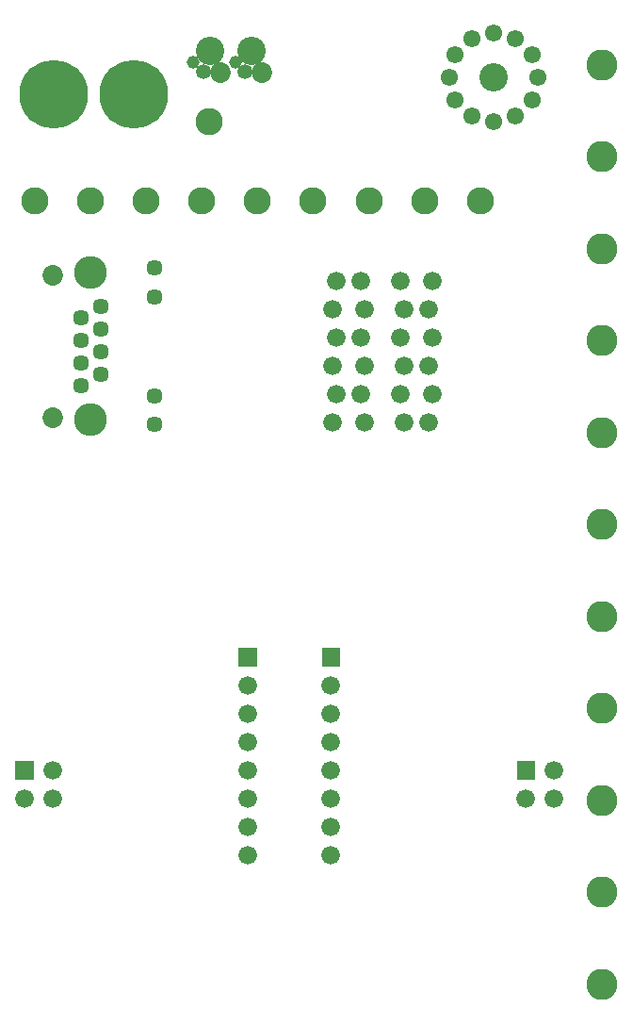
<source format=gbr>
G04 start of page 12 for group -4062 idx -4062 *
G04 Title: (unknown), soldermask *
G04 Creator: pcb 4.2.0 *
G04 CreationDate: Sat Jul  4 19:07:35 2020 UTC *
G04 For: commonadmin *
G04 Format: Gerber/RS-274X *
G04 PCB-Dimensions (mil): 3500.00 8250.00 *
G04 PCB-Coordinate-Origin: lower left *
%MOIN*%
%FSLAX25Y25*%
%LNBOTTOMMASK*%
%ADD201C,0.2422*%
%ADD200C,0.0454*%
%ADD199C,0.0532*%
%ADD198C,0.0960*%
%ADD197C,0.0611*%
%ADD196C,0.1005*%
%ADD195C,0.0966*%
%ADD194C,0.1162*%
%ADD193C,0.0729*%
%ADD192C,0.0572*%
%ADD191C,0.1103*%
%ADD190C,0.0660*%
%ADD189C,0.0001*%
G54D189*G36*
X88700Y601300D02*Y594700D01*
X95300D01*
Y601300D01*
X88700D01*
G37*
G36*
X118200D02*Y594700D01*
X124800D01*
Y601300D01*
X118200D01*
G37*
G54D190*X92000Y588000D03*
X121500D03*
X92000Y578000D03*
Y568000D03*
Y558000D03*
Y548000D03*
Y538000D03*
Y528000D03*
X121500Y578000D03*
Y568000D03*
Y558000D03*
Y548000D03*
Y538000D03*
Y528000D03*
G54D189*G36*
X9700Y561300D02*Y554700D01*
X16300D01*
Y561300D01*
X9700D01*
G37*
G54D190*X13000Y548000D03*
X23000D03*
Y558000D03*
G54D189*G36*
X187200Y561300D02*Y554700D01*
X193800D01*
Y561300D01*
X187200D01*
G37*
G54D190*X190500Y548000D03*
X200500D03*
Y558000D03*
G54D191*X217500Y547500D03*
Y612500D03*
Y580000D03*
Y482500D03*
Y515000D03*
G54D190*X146000Y731000D03*
X157500D03*
X156000Y721000D03*
X147500D03*
X123500Y731000D03*
X122000Y721000D03*
X132000Y731000D03*
X133500Y721000D03*
X146000Y711000D03*
X147500Y701000D03*
X146000Y691000D03*
X157500Y711000D03*
X123500D03*
X132000D03*
G54D192*X32957Y709992D03*
G54D190*X156000Y701000D03*
X122000D03*
X133500D03*
X157500Y691000D03*
X132000D03*
X123500D03*
X122000Y681000D03*
X133500D03*
G54D192*X40043Y714008D03*
X58980Y690465D03*
G54D190*X147500Y681000D03*
X156000D03*
G54D193*X22996Y682787D03*
G54D194*X36500Y682000D03*
G54D192*X58980Y680425D03*
X32957Y701961D03*
Y693929D03*
X40043Y705976D03*
Y697945D03*
G54D191*X217500Y677500D03*
Y645000D03*
G54D192*X58980Y725504D03*
Y735543D03*
G54D193*X22996Y733181D03*
G54D194*X36500Y733969D03*
G54D192*X32957Y718024D03*
X40043Y722039D03*
G54D195*X16760Y759500D03*
X36445D03*
X56130D03*
X75815D03*
X95500D03*
G54D196*X179000Y803000D03*
G54D197*X194748D03*
X192583Y795126D03*
Y810874D03*
X163252Y803000D03*
X165417Y795126D03*
Y810874D03*
X179000Y787252D03*
X171323Y789220D03*
X186677D03*
X179000Y818748D03*
X186677Y816780D03*
X171323D03*
G54D191*X217500Y807500D03*
Y775000D03*
Y742500D03*
Y710000D03*
G54D195*X115185Y759500D03*
X134870D03*
X154555D03*
X174240D03*
G54D198*X78500Y787500D03*
G54D199*X76378Y805118D03*
G54D200*X72835Y808268D03*
G54D201*X23500Y797000D03*
X51846D03*
G54D196*X78740Y812205D03*
G54D193*X82283Y804724D03*
G54D196*X93504Y812205D03*
G54D193*X97047Y804724D03*
G54D199*X91142Y805118D03*
G54D200*X87598Y808268D03*
M02*

</source>
